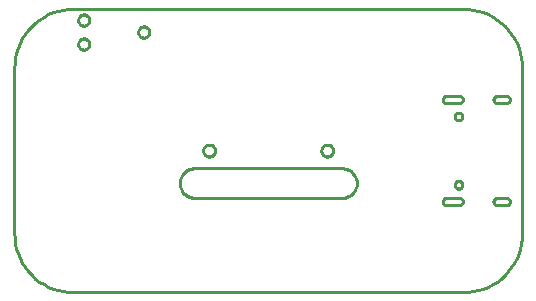
<source format=gbr>
G04 EAGLE Gerber RS-274X export*
G75*
%MOMM*%
%FSLAX34Y34*%
%LPD*%
%IN*%
%IPPOS*%
%AMOC8*
5,1,8,0,0,1.08239X$1,22.5*%
G01*
%ADD10C,0.254000*%


D10*
X-215000Y-70000D02*
X-214810Y-74358D01*
X-214240Y-78682D01*
X-213296Y-82941D01*
X-211985Y-87101D01*
X-210315Y-91131D01*
X-208301Y-95000D01*
X-205958Y-98679D01*
X-203302Y-102139D01*
X-200355Y-105355D01*
X-197139Y-108302D01*
X-193679Y-110958D01*
X-190000Y-113301D01*
X-186131Y-115315D01*
X-182101Y-116985D01*
X-177941Y-118296D01*
X-173682Y-119240D01*
X-169358Y-119810D01*
X-165000Y-120000D01*
X165000Y-120000D01*
X169358Y-119810D01*
X173682Y-119240D01*
X177941Y-118296D01*
X182101Y-116985D01*
X186131Y-115315D01*
X190000Y-113301D01*
X193679Y-110958D01*
X197139Y-108302D01*
X200355Y-105355D01*
X203302Y-102139D01*
X205958Y-98679D01*
X208301Y-95000D01*
X210315Y-91131D01*
X211985Y-87101D01*
X213296Y-82941D01*
X214240Y-78682D01*
X214810Y-74358D01*
X215000Y-70000D01*
X215000Y70000D01*
X214810Y74358D01*
X214240Y78682D01*
X213296Y82941D01*
X211985Y87101D01*
X210315Y91131D01*
X208301Y95000D01*
X205958Y98679D01*
X203302Y102139D01*
X200355Y105355D01*
X197139Y108302D01*
X193679Y110958D01*
X190000Y113301D01*
X186131Y115315D01*
X182101Y116985D01*
X177941Y118296D01*
X173682Y119240D01*
X169358Y119810D01*
X165000Y120000D01*
X-165000Y120000D01*
X-169358Y119810D01*
X-173682Y119240D01*
X-177941Y118296D01*
X-182101Y116985D01*
X-186131Y115315D01*
X-190000Y113301D01*
X-193679Y110958D01*
X-197139Y108302D01*
X-200355Y105355D01*
X-203302Y102139D01*
X-205958Y98679D01*
X-208301Y95000D01*
X-210315Y91131D01*
X-211985Y87101D01*
X-213296Y82941D01*
X-214240Y78682D01*
X-214810Y74358D01*
X-215000Y70000D01*
X-215000Y-70000D01*
X190710Y43200D02*
X190721Y42939D01*
X190756Y42679D01*
X190812Y42424D01*
X190891Y42174D01*
X190991Y41932D01*
X191112Y41700D01*
X191253Y41479D01*
X191412Y41272D01*
X191589Y41079D01*
X191782Y40902D01*
X191989Y40743D01*
X192210Y40602D01*
X192442Y40481D01*
X192684Y40381D01*
X192934Y40302D01*
X193189Y40246D01*
X193449Y40211D01*
X193710Y40200D01*
X201710Y40200D01*
X201971Y40211D01*
X202231Y40246D01*
X202486Y40302D01*
X202736Y40381D01*
X202978Y40481D01*
X203210Y40602D01*
X203431Y40743D01*
X203638Y40902D01*
X203831Y41079D01*
X204008Y41272D01*
X204167Y41479D01*
X204308Y41700D01*
X204429Y41932D01*
X204529Y42174D01*
X204608Y42424D01*
X204664Y42679D01*
X204699Y42939D01*
X204710Y43200D01*
X204699Y43461D01*
X204664Y43721D01*
X204608Y43976D01*
X204529Y44226D01*
X204429Y44468D01*
X204308Y44700D01*
X204167Y44921D01*
X204008Y45128D01*
X203831Y45321D01*
X203638Y45498D01*
X203431Y45657D01*
X203210Y45798D01*
X202978Y45919D01*
X202736Y46019D01*
X202486Y46098D01*
X202231Y46154D01*
X201971Y46189D01*
X201710Y46200D01*
X193710Y46200D01*
X193449Y46189D01*
X193189Y46154D01*
X192934Y46098D01*
X192684Y46019D01*
X192442Y45919D01*
X192210Y45798D01*
X191989Y45657D01*
X191782Y45498D01*
X191589Y45321D01*
X191412Y45128D01*
X191253Y44921D01*
X191112Y44700D01*
X190991Y44468D01*
X190891Y44226D01*
X190812Y43976D01*
X190756Y43721D01*
X190721Y43461D01*
X190710Y43200D01*
X190710Y-43200D02*
X190721Y-43461D01*
X190756Y-43721D01*
X190812Y-43976D01*
X190891Y-44226D01*
X190991Y-44468D01*
X191112Y-44700D01*
X191253Y-44921D01*
X191412Y-45128D01*
X191589Y-45321D01*
X191782Y-45498D01*
X191989Y-45657D01*
X192210Y-45798D01*
X192442Y-45919D01*
X192684Y-46019D01*
X192934Y-46098D01*
X193189Y-46154D01*
X193449Y-46189D01*
X193710Y-46200D01*
X201710Y-46200D01*
X201971Y-46189D01*
X202231Y-46154D01*
X202486Y-46098D01*
X202736Y-46019D01*
X202978Y-45919D01*
X203210Y-45798D01*
X203431Y-45657D01*
X203638Y-45498D01*
X203831Y-45321D01*
X204008Y-45128D01*
X204167Y-44921D01*
X204308Y-44700D01*
X204429Y-44468D01*
X204529Y-44226D01*
X204608Y-43976D01*
X204664Y-43721D01*
X204699Y-43461D01*
X204710Y-43200D01*
X204699Y-42939D01*
X204664Y-42679D01*
X204608Y-42424D01*
X204529Y-42174D01*
X204429Y-41932D01*
X204308Y-41700D01*
X204167Y-41479D01*
X204008Y-41272D01*
X203831Y-41079D01*
X203638Y-40902D01*
X203431Y-40743D01*
X203210Y-40602D01*
X202978Y-40481D01*
X202736Y-40381D01*
X202486Y-40302D01*
X202231Y-40246D01*
X201971Y-40211D01*
X201710Y-40200D01*
X193710Y-40200D01*
X193449Y-40211D01*
X193189Y-40246D01*
X192934Y-40302D01*
X192684Y-40381D01*
X192442Y-40481D01*
X192210Y-40602D01*
X191989Y-40743D01*
X191782Y-40902D01*
X191589Y-41079D01*
X191412Y-41272D01*
X191253Y-41479D01*
X191112Y-41700D01*
X190991Y-41932D01*
X190891Y-42174D01*
X190812Y-42424D01*
X190756Y-42679D01*
X190721Y-42939D01*
X190710Y-43200D01*
X147710Y43200D02*
X147721Y42939D01*
X147756Y42679D01*
X147812Y42424D01*
X147891Y42174D01*
X147991Y41932D01*
X148112Y41700D01*
X148253Y41479D01*
X148412Y41272D01*
X148589Y41079D01*
X148782Y40902D01*
X148989Y40743D01*
X149210Y40602D01*
X149442Y40481D01*
X149684Y40381D01*
X149934Y40302D01*
X150189Y40246D01*
X150449Y40211D01*
X150710Y40200D01*
X161710Y40200D01*
X161971Y40211D01*
X162231Y40246D01*
X162486Y40302D01*
X162736Y40381D01*
X162978Y40481D01*
X163210Y40602D01*
X163431Y40743D01*
X163638Y40902D01*
X163831Y41079D01*
X164008Y41272D01*
X164167Y41479D01*
X164308Y41700D01*
X164429Y41932D01*
X164529Y42174D01*
X164608Y42424D01*
X164664Y42679D01*
X164699Y42939D01*
X164710Y43200D01*
X164699Y43461D01*
X164664Y43721D01*
X164608Y43976D01*
X164529Y44226D01*
X164429Y44468D01*
X164308Y44700D01*
X164167Y44921D01*
X164008Y45128D01*
X163831Y45321D01*
X163638Y45498D01*
X163431Y45657D01*
X163210Y45798D01*
X162978Y45919D01*
X162736Y46019D01*
X162486Y46098D01*
X162231Y46154D01*
X161971Y46189D01*
X161710Y46200D01*
X150710Y46200D01*
X150449Y46189D01*
X150189Y46154D01*
X149934Y46098D01*
X149684Y46019D01*
X149442Y45919D01*
X149210Y45798D01*
X148989Y45657D01*
X148782Y45498D01*
X148589Y45321D01*
X148412Y45128D01*
X148253Y44921D01*
X148112Y44700D01*
X147991Y44468D01*
X147891Y44226D01*
X147812Y43976D01*
X147756Y43721D01*
X147721Y43461D01*
X147710Y43200D01*
X147710Y-43200D02*
X147721Y-43461D01*
X147756Y-43721D01*
X147812Y-43976D01*
X147891Y-44226D01*
X147991Y-44468D01*
X148112Y-44700D01*
X148253Y-44921D01*
X148412Y-45128D01*
X148589Y-45321D01*
X148782Y-45498D01*
X148989Y-45657D01*
X149210Y-45798D01*
X149442Y-45919D01*
X149684Y-46019D01*
X149934Y-46098D01*
X150189Y-46154D01*
X150449Y-46189D01*
X150710Y-46200D01*
X161710Y-46200D01*
X161971Y-46189D01*
X162231Y-46154D01*
X162486Y-46098D01*
X162736Y-46019D01*
X162978Y-45919D01*
X163210Y-45798D01*
X163431Y-45657D01*
X163638Y-45498D01*
X163831Y-45321D01*
X164008Y-45128D01*
X164167Y-44921D01*
X164308Y-44700D01*
X164429Y-44468D01*
X164529Y-44226D01*
X164608Y-43976D01*
X164664Y-43721D01*
X164699Y-43461D01*
X164710Y-43200D01*
X164699Y-42939D01*
X164664Y-42679D01*
X164608Y-42424D01*
X164529Y-42174D01*
X164429Y-41932D01*
X164308Y-41700D01*
X164167Y-41479D01*
X164008Y-41272D01*
X163831Y-41079D01*
X163638Y-40902D01*
X163431Y-40743D01*
X163210Y-40602D01*
X162978Y-40481D01*
X162736Y-40381D01*
X162486Y-40302D01*
X162231Y-40246D01*
X161971Y-40211D01*
X161710Y-40200D01*
X150710Y-40200D01*
X150449Y-40211D01*
X150189Y-40246D01*
X149934Y-40302D01*
X149684Y-40381D01*
X149442Y-40481D01*
X149210Y-40602D01*
X148989Y-40743D01*
X148782Y-40902D01*
X148589Y-41079D01*
X148412Y-41272D01*
X148253Y-41479D01*
X148112Y-41700D01*
X147991Y-41932D01*
X147891Y-42174D01*
X147812Y-42424D01*
X147756Y-42679D01*
X147721Y-42939D01*
X147710Y-43200D01*
X-75000Y-27500D02*
X-74952Y-28589D01*
X-74810Y-29671D01*
X-74574Y-30735D01*
X-74246Y-31775D01*
X-73829Y-32783D01*
X-73325Y-33750D01*
X-72739Y-34670D01*
X-72076Y-35535D01*
X-71339Y-36339D01*
X-70535Y-37076D01*
X-69670Y-37739D01*
X-68750Y-38325D01*
X-67783Y-38829D01*
X-66775Y-39246D01*
X-65735Y-39574D01*
X-64671Y-39810D01*
X-63589Y-39952D01*
X-62500Y-40000D01*
X62500Y-40000D01*
X63589Y-39952D01*
X64671Y-39810D01*
X65735Y-39574D01*
X66775Y-39246D01*
X67783Y-38829D01*
X68750Y-38325D01*
X69670Y-37739D01*
X70535Y-37076D01*
X71339Y-36339D01*
X72076Y-35535D01*
X72739Y-34670D01*
X73325Y-33750D01*
X73829Y-32783D01*
X74246Y-31775D01*
X74574Y-30735D01*
X74810Y-29671D01*
X74952Y-28589D01*
X75000Y-27500D01*
X74952Y-26411D01*
X74810Y-25329D01*
X74574Y-24265D01*
X74246Y-23225D01*
X73829Y-22217D01*
X73325Y-21250D01*
X72739Y-20330D01*
X72076Y-19465D01*
X71339Y-18661D01*
X70535Y-17924D01*
X69670Y-17261D01*
X68750Y-16675D01*
X67783Y-16171D01*
X66775Y-15754D01*
X65735Y-15426D01*
X64671Y-15190D01*
X63589Y-15048D01*
X62500Y-15000D01*
X-62500Y-15000D01*
X-63589Y-15048D01*
X-64671Y-15190D01*
X-65735Y-15426D01*
X-66775Y-15754D01*
X-67783Y-16171D01*
X-68750Y-16675D01*
X-69670Y-17261D01*
X-70535Y-17924D01*
X-71339Y-18661D01*
X-72076Y-19465D01*
X-72739Y-20330D01*
X-73325Y-21250D01*
X-73829Y-22217D01*
X-74246Y-23225D01*
X-74574Y-24265D01*
X-74810Y-25329D01*
X-74952Y-26411D01*
X-75000Y-27500D01*
X55000Y-281D02*
X54937Y-839D01*
X54812Y-1386D01*
X54627Y-1916D01*
X54383Y-2422D01*
X54084Y-2898D01*
X53734Y-3337D01*
X53337Y-3734D01*
X52898Y-4084D01*
X52422Y-4383D01*
X51916Y-4627D01*
X51386Y-4812D01*
X50839Y-4937D01*
X50281Y-5000D01*
X49719Y-5000D01*
X49161Y-4937D01*
X48614Y-4812D01*
X48084Y-4627D01*
X47578Y-4383D01*
X47102Y-4084D01*
X46663Y-3734D01*
X46266Y-3337D01*
X45916Y-2898D01*
X45617Y-2422D01*
X45373Y-1916D01*
X45188Y-1386D01*
X45063Y-839D01*
X45000Y-281D01*
X45000Y281D01*
X45063Y839D01*
X45188Y1386D01*
X45373Y1916D01*
X45617Y2422D01*
X45916Y2898D01*
X46266Y3337D01*
X46663Y3734D01*
X47102Y4084D01*
X47578Y4383D01*
X48084Y4627D01*
X48614Y4812D01*
X49161Y4937D01*
X49719Y5000D01*
X50281Y5000D01*
X50839Y4937D01*
X51386Y4812D01*
X51916Y4627D01*
X52422Y4383D01*
X52898Y4084D01*
X53337Y3734D01*
X53734Y3337D01*
X54084Y2898D01*
X54383Y2422D01*
X54627Y1916D01*
X54812Y1386D01*
X54937Y839D01*
X55000Y281D01*
X55000Y-281D01*
X-45000Y-281D02*
X-45063Y-839D01*
X-45188Y-1386D01*
X-45373Y-1916D01*
X-45617Y-2422D01*
X-45916Y-2898D01*
X-46266Y-3337D01*
X-46663Y-3734D01*
X-47102Y-4084D01*
X-47578Y-4383D01*
X-48084Y-4627D01*
X-48614Y-4812D01*
X-49161Y-4937D01*
X-49719Y-5000D01*
X-50281Y-5000D01*
X-50839Y-4937D01*
X-51386Y-4812D01*
X-51916Y-4627D01*
X-52422Y-4383D01*
X-52898Y-4084D01*
X-53337Y-3734D01*
X-53734Y-3337D01*
X-54084Y-2898D01*
X-54383Y-2422D01*
X-54627Y-1916D01*
X-54812Y-1386D01*
X-54937Y-839D01*
X-55000Y-281D01*
X-55000Y281D01*
X-54937Y839D01*
X-54812Y1386D01*
X-54627Y1916D01*
X-54383Y2422D01*
X-54084Y2898D01*
X-53734Y3337D01*
X-53337Y3734D01*
X-52898Y4084D01*
X-52422Y4383D01*
X-51916Y4627D01*
X-51386Y4812D01*
X-50839Y4937D01*
X-50281Y5000D01*
X-49719Y5000D01*
X-49161Y4937D01*
X-48614Y4812D01*
X-48084Y4627D01*
X-47578Y4383D01*
X-47102Y4084D01*
X-46663Y3734D01*
X-46266Y3337D01*
X-45916Y2898D01*
X-45617Y2422D01*
X-45373Y1916D01*
X-45188Y1386D01*
X-45063Y839D01*
X-45000Y281D01*
X-45000Y-281D01*
X-110160Y100597D02*
X-110100Y101127D01*
X-109982Y101647D01*
X-109805Y102151D01*
X-109574Y102631D01*
X-109290Y103083D01*
X-108957Y103500D01*
X-108580Y103877D01*
X-108163Y104210D01*
X-107711Y104494D01*
X-107231Y104725D01*
X-106727Y104902D01*
X-106207Y105020D01*
X-105677Y105080D01*
X-105143Y105080D01*
X-104613Y105020D01*
X-104093Y104902D01*
X-103589Y104725D01*
X-103109Y104494D01*
X-102657Y104210D01*
X-102240Y103877D01*
X-101863Y103500D01*
X-101530Y103083D01*
X-101246Y102631D01*
X-101015Y102151D01*
X-100838Y101647D01*
X-100720Y101127D01*
X-100660Y100597D01*
X-100660Y100063D01*
X-100720Y99533D01*
X-100838Y99013D01*
X-101015Y98509D01*
X-101246Y98029D01*
X-101530Y97577D01*
X-101863Y97160D01*
X-102240Y96783D01*
X-102657Y96450D01*
X-103109Y96166D01*
X-103589Y95935D01*
X-104093Y95758D01*
X-104613Y95640D01*
X-105143Y95580D01*
X-105677Y95580D01*
X-106207Y95640D01*
X-106727Y95758D01*
X-107231Y95935D01*
X-107711Y96166D01*
X-108163Y96450D01*
X-108580Y96783D01*
X-108957Y97160D01*
X-109290Y97577D01*
X-109574Y98029D01*
X-109805Y98509D01*
X-109982Y99013D01*
X-110100Y99533D01*
X-110160Y100063D01*
X-110160Y100597D01*
X-160960Y110757D02*
X-160900Y111287D01*
X-160782Y111807D01*
X-160605Y112311D01*
X-160374Y112791D01*
X-160090Y113243D01*
X-159757Y113660D01*
X-159380Y114037D01*
X-158963Y114370D01*
X-158511Y114654D01*
X-158031Y114885D01*
X-157527Y115062D01*
X-157007Y115180D01*
X-156477Y115240D01*
X-155943Y115240D01*
X-155413Y115180D01*
X-154893Y115062D01*
X-154389Y114885D01*
X-153909Y114654D01*
X-153457Y114370D01*
X-153040Y114037D01*
X-152663Y113660D01*
X-152330Y113243D01*
X-152046Y112791D01*
X-151815Y112311D01*
X-151638Y111807D01*
X-151520Y111287D01*
X-151460Y110757D01*
X-151460Y110223D01*
X-151520Y109693D01*
X-151638Y109173D01*
X-151815Y108669D01*
X-152046Y108189D01*
X-152330Y107737D01*
X-152663Y107320D01*
X-153040Y106943D01*
X-153457Y106610D01*
X-153909Y106326D01*
X-154389Y106095D01*
X-154893Y105918D01*
X-155413Y105800D01*
X-155943Y105740D01*
X-156477Y105740D01*
X-157007Y105800D01*
X-157527Y105918D01*
X-158031Y106095D01*
X-158511Y106326D01*
X-158963Y106610D01*
X-159380Y106943D01*
X-159757Y107320D01*
X-160090Y107737D01*
X-160374Y108189D01*
X-160605Y108669D01*
X-160782Y109173D01*
X-160900Y109693D01*
X-160960Y110223D01*
X-160960Y110757D01*
X-160960Y90437D02*
X-160900Y90967D01*
X-160782Y91487D01*
X-160605Y91991D01*
X-160374Y92471D01*
X-160090Y92923D01*
X-159757Y93340D01*
X-159380Y93717D01*
X-158963Y94050D01*
X-158511Y94334D01*
X-158031Y94565D01*
X-157527Y94742D01*
X-157007Y94860D01*
X-156477Y94920D01*
X-155943Y94920D01*
X-155413Y94860D01*
X-154893Y94742D01*
X-154389Y94565D01*
X-153909Y94334D01*
X-153457Y94050D01*
X-153040Y93717D01*
X-152663Y93340D01*
X-152330Y92923D01*
X-152046Y92471D01*
X-151815Y91991D01*
X-151638Y91487D01*
X-151520Y90967D01*
X-151460Y90437D01*
X-151460Y89903D01*
X-151520Y89373D01*
X-151638Y88853D01*
X-151815Y88349D01*
X-152046Y87869D01*
X-152330Y87417D01*
X-152663Y87000D01*
X-153040Y86623D01*
X-153457Y86290D01*
X-153909Y86006D01*
X-154389Y85775D01*
X-154893Y85598D01*
X-155413Y85480D01*
X-155943Y85420D01*
X-156477Y85420D01*
X-157007Y85480D01*
X-157527Y85598D01*
X-158031Y85775D01*
X-158511Y86006D01*
X-158963Y86290D01*
X-159380Y86623D01*
X-159757Y87000D01*
X-160090Y87417D01*
X-160374Y87869D01*
X-160605Y88349D01*
X-160782Y88853D01*
X-160900Y89373D01*
X-160960Y89903D01*
X-160960Y90437D01*
X161423Y32150D02*
X161845Y32094D01*
X162257Y31984D01*
X162651Y31821D01*
X163019Y31608D01*
X163357Y31349D01*
X163659Y31047D01*
X163918Y30709D01*
X164131Y30341D01*
X164294Y29947D01*
X164404Y29535D01*
X164460Y29113D01*
X164460Y28687D01*
X164404Y28265D01*
X164294Y27853D01*
X164131Y27459D01*
X163918Y27091D01*
X163659Y26753D01*
X163357Y26451D01*
X163019Y26192D01*
X162651Y25979D01*
X162257Y25816D01*
X161845Y25706D01*
X161423Y25650D01*
X160997Y25650D01*
X160575Y25706D01*
X160163Y25816D01*
X159769Y25979D01*
X159401Y26192D01*
X159063Y26451D01*
X158761Y26753D01*
X158502Y27091D01*
X158289Y27459D01*
X158126Y27853D01*
X158016Y28265D01*
X157960Y28687D01*
X157960Y29113D01*
X158016Y29535D01*
X158126Y29947D01*
X158289Y30341D01*
X158502Y30709D01*
X158761Y31047D01*
X159063Y31349D01*
X159401Y31608D01*
X159769Y31821D01*
X160163Y31984D01*
X160575Y32094D01*
X160997Y32150D01*
X161423Y32150D01*
X161423Y-25650D02*
X161845Y-25706D01*
X162257Y-25816D01*
X162651Y-25979D01*
X163019Y-26192D01*
X163357Y-26451D01*
X163659Y-26753D01*
X163918Y-27091D01*
X164131Y-27459D01*
X164294Y-27853D01*
X164404Y-28265D01*
X164460Y-28687D01*
X164460Y-29113D01*
X164404Y-29535D01*
X164294Y-29947D01*
X164131Y-30341D01*
X163918Y-30709D01*
X163659Y-31047D01*
X163357Y-31349D01*
X163019Y-31608D01*
X162651Y-31821D01*
X162257Y-31984D01*
X161845Y-32094D01*
X161423Y-32150D01*
X160997Y-32150D01*
X160575Y-32094D01*
X160163Y-31984D01*
X159769Y-31821D01*
X159401Y-31608D01*
X159063Y-31349D01*
X158761Y-31047D01*
X158502Y-30709D01*
X158289Y-30341D01*
X158126Y-29947D01*
X158016Y-29535D01*
X157960Y-29113D01*
X157960Y-28687D01*
X158016Y-28265D01*
X158126Y-27853D01*
X158289Y-27459D01*
X158502Y-27091D01*
X158761Y-26753D01*
X159063Y-26451D01*
X159401Y-26192D01*
X159769Y-25979D01*
X160163Y-25816D01*
X160575Y-25706D01*
X160997Y-25650D01*
X161423Y-25650D01*
M02*

</source>
